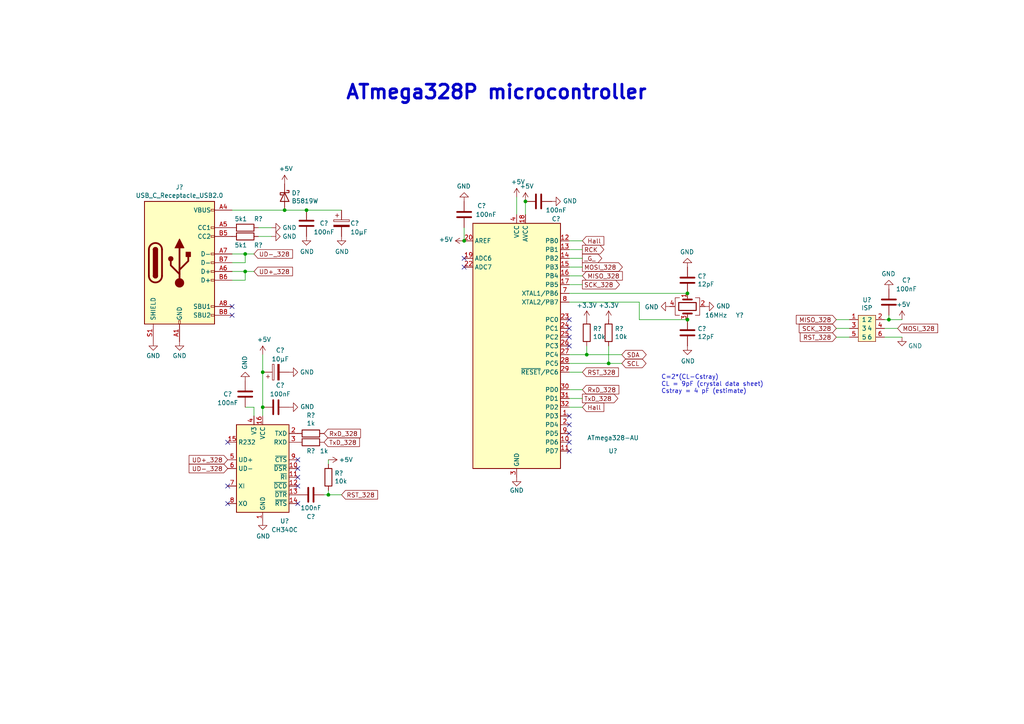
<source format=kicad_sch>
(kicad_sch (version 20230121) (generator eeschema)
  (paper "A4")
  (title_block (title "RD40_SMD") (date "2023-08-20") (rev "Rev 1") (company "Ludwin Monz") (comment 1 "you may not use the material for commercial purposes.") (comment 2 "you may use non-commercially, adapt, share alike ") (comment 3 "https://creativecommons.org/licenses/by-nc-sa/4.0/") (comment 4 "License: Creative Commons Attribution-Non-Commercial (CC BY-NC-SA)"))
  (lib_symbols
    (symbol "Connector:USB_C_Receptacle_USB2.0" (pin_names (offset 1.016))
      (property "Reference" "J" (at -10.16 19.05 0))
      (property "Value" "USB_C_Receptacle_USB2.0" (at 19.05 19.05 0))
      (symbol "USB_C_Receptacle_USB2.0_0_0"
        (rectangle (start -0.254 -17.78) (end 0.254 -16.764))
        (rectangle (start 10.16 -14.986) (end 9.144 -15.494))
        (rectangle (start 10.16 -12.446) (end 9.144 -12.954))
        (rectangle (start 10.16 -4.826) (end 9.144 -5.334))
        (rectangle (start 10.16 -2.286) (end 9.144 -2.794))
        (rectangle (start 10.16 0.254) (end 9.144 -0.254))
        (rectangle (start 10.16 2.794) (end 9.144 2.286))
        (rectangle (start 10.16 7.874) (end 9.144 7.366))
        (rectangle (start 10.16 10.414) (end 9.144 9.906))
        (rectangle (start 10.16 15.494) (end 9.144 14.986))
      )
      (symbol "USB_C_Receptacle_USB2.0_0_1"
        (rectangle (start -10.16 17.78) (end 10.16 -17.78) (stroke (width 0.254)) (fill (type background)))
        (arc (start -8.89 -3.81) (mid -6.985 -5.7067) (end -5.08 -3.81) (stroke (width 0.508)))
        (arc (start -7.62 -3.81) (mid -6.985 -4.4423) (end -6.35 -3.81) (stroke (width 0.254)))
        (arc (start -7.62 -3.81) (mid -6.985 -4.4423) (end -6.35 -3.81) (stroke (width 0.254)) (fill (type outline)))
        (rectangle (start -7.62 -3.81) (end -6.35 3.81) (stroke (width 0.254)) (fill (type outline)))
        (arc (start -6.35 3.81) (mid -6.985 4.4423) (end -7.62 3.81) (stroke (width 0.254)))
        (arc (start -6.35 3.81) (mid -6.985 4.4423) (end -7.62 3.81) (stroke (width 0.254)) (fill (type outline)))
        (arc (start -5.08 3.81) (mid -6.985 5.7067) (end -8.89 3.81) (stroke (width 0.508)))
        (circle (center -2.54 1.143) (radius 0.635) (stroke (width 0.254)) (fill (type outline)))
        (circle (center 0 -5.842) (radius 1.27) (fill (type outline)))
        (polyline (pts (xy -8.89 -3.81) (xy -8.89 3.81)) (stroke (width 0.508)))
        (polyline (pts (xy -5.08 3.81) (xy -5.08 -3.81)) (stroke (width 0.508)))
        (polyline (pts (xy 0 -5.842) (xy 0 4.318)) (stroke (width 0.508)))
        (polyline (pts (xy 0 -3.302) (xy -2.54 -0.762) (xy -2.54 0.508)) (stroke (width 0.508)))
        (polyline (pts (xy 0 -2.032) (xy 2.54 0.508) (xy 2.54 1.778)) (stroke (width 0.508)))
        (polyline (pts (xy -1.27 4.318) (xy 0 6.858) (xy 1.27 4.318) (xy -1.27 4.318)) (stroke (width 0.254)) (fill (type outline)))
        (rectangle (start 1.905 1.778) (end 3.175 3.048) (stroke (width 0.254)) (fill (type outline)))
      )
      (symbol "USB_C_Receptacle_USB2.0_1_1"
        (pin passive line (at 0 -22.86 90) (length 5.08) (name "GND") (number "A1"))
        (pin passive line (at 0 -22.86 90) (length 5.08) hide (name "GND") (number "A12"))
        (pin passive line (at 15.24 15.24 180) (length 5.08) (name "VBUS") (number "A4"))
        (pin bidirectional line (at 15.24 10.16 180) (length 5.08) (name "CC1") (number "A5"))
        (pin bidirectional line (at 15.24 -2.54 180) (length 5.08) (name "D+") (number "A6"))
        (pin bidirectional line (at 15.24 2.54 180) (length 5.08) (name "D-") (number "A7"))
        (pin bidirectional line (at 15.24 -12.7 180) (length 5.08) (name "SBU1") (number "A8"))
        (pin passive line (at 15.24 15.24 180) (length 5.08) hide (name "VBUS") (number "A9"))
        (pin passive line (at 0 -22.86 90) (length 5.08) hide (name "GND") (number "B1"))
        (pin passive line (at 0 -22.86 90) (length 5.08) hide (name "GND") (number "B12"))
        (pin passive line (at 15.24 15.24 180) (length 5.08) hide (name "VBUS") (number "B4"))
        (pin bidirectional line (at 15.24 7.62 180) (length 5.08) (name "CC2") (number "B5"))
        (pin bidirectional line (at 15.24 -5.08 180) (length 5.08) (name "D+") (number "B6"))
        (pin bidirectional line (at 15.24 0 180) (length 5.08) (name "D-") (number "B7"))
        (pin bidirectional line (at 15.24 -15.24 180) (length 5.08) (name "SBU2") (number "B8"))
        (pin passive line (at 15.24 15.24 180) (length 5.08) hide (name "VBUS") (number "B9"))
        (pin passive line (at -7.62 -22.86 90) (length 5.08) (name "SHIELD") (number "S1"))
      )
    )
    (symbol "Device:C" (pin_numbers hide) (pin_names (offset 0.254))
      (property "Reference" "C" (at 0.635 2.54 0))
      (property "Value" "C" (at 0.635 -2.54 0))
      (symbol "C_0_1"
        (polyline (pts (xy -2.032 -0.762) (xy 2.032 -0.762)) (stroke (width 0.508)))
        (polyline (pts (xy -2.032 0.762) (xy 2.032 0.762)) (stroke (width 0.508)))
      )
      (symbol "C_1_1"
        (pin passive line (at 0 3.81 270) (length 2.794) (name "~") (number "1"))
        (pin passive line (at 0 -3.81 90) (length 2.794) (name "~") (number "2"))
      )
    )
    (symbol "Device:C_Polarized" (pin_numbers hide) (pin_names (offset 0.254))
      (property "Reference" "C" (at 0.635 2.54 0))
      (property "Value" "C_Polarized" (at 0.635 -2.54 0))
      (symbol "C_Polarized_0_1"
        (rectangle (start -2.286 0.508) (end 2.286 1.016))
        (polyline (pts (xy -1.778 2.286) (xy -0.762 2.286)))
        (polyline (pts (xy -1.27 2.794) (xy -1.27 1.778)))
        (rectangle (start 2.286 -0.508) (end -2.286 -1.016) (fill (type outline)))
      )
      (symbol "C_Polarized_1_1"
        (pin passive line (at 0 3.81 270) (length 2.794) (name "~") (number "1"))
        (pin passive line (at 0 -3.81 90) (length 2.794) (name "~") (number "2"))
      )
    )
    (symbol "Device:Crystal_GND24" (pin_names (offset 1.016) hide)
      (property "Reference" "Y" (at 3.175 5.08 0))
      (property "Value" "Crystal_GND24" (at 3.175 3.175 0))
      (symbol "Crystal_GND24_0_1"
        (rectangle (start -1.143 2.54) (end 1.143 -2.54) (stroke (width 0.3048)))
        (polyline (pts (xy -2.54 0) (xy -2.032 0)))
        (polyline (pts (xy -2.032 -1.27) (xy -2.032 1.27)) (stroke (width 0.508)))
        (polyline (pts (xy 0 -3.81) (xy 0 -3.556)))
        (polyline (pts (xy 0 3.556) (xy 0 3.81)))
        (polyline (pts (xy 2.032 -1.27) (xy 2.032 1.27)) (stroke (width 0.508)))
        (polyline (pts (xy 2.032 0) (xy 2.54 0)))
        (polyline (pts (xy -2.54 -2.286) (xy -2.54 -3.556) (xy 2.54 -3.556) (xy 2.54 -2.286)))
        (polyline (pts (xy -2.54 2.286) (xy -2.54 3.556) (xy 2.54 3.556) (xy 2.54 2.286)))
      )
      (symbol "Crystal_GND24_1_1"
        (pin passive line (at -3.81 0 0) (length 1.27) (name "1") (number "1"))
        (pin passive line (at 0 5.08 270) (length 1.27) (name "2") (number "2"))
        (pin passive line (at 3.81 0 180) (length 1.27) (name "3") (number "3"))
        (pin passive line (at 0 -5.08 90) (length 1.27) (name "4") (number "4"))
      )
    )
    (symbol "Device:D_Schottky" (pin_numbers hide) (pin_names (offset 1.016) hide)
      (property "Reference" "D" (at 0 2.54 0))
      (property "Value" "D_Schottky" (at 0 -2.54 0))
      (symbol "D_Schottky_0_1"
        (polyline (pts (xy 1.27 0) (xy -1.27 0)))
        (polyline (pts (xy 1.27 1.27) (xy 1.27 -1.27) (xy -1.27 0) (xy 1.27 1.27)) (stroke (width 0.254)))
        (polyline (pts (xy -1.905 0.635) (xy -1.905 1.27) (xy -1.27 1.27) (xy -1.27 -1.27) (xy -0.635 -1.27) (xy -0.635 -0.635)) (stroke (width 0.254)))
      )
      (symbol "D_Schottky_1_1"
        (pin passive line (at -3.81 0 0) (length 2.54) (name "K") (number "1"))
        (pin passive line (at 3.81 0 180) (length 2.54) (name "A") (number "2"))
      )
    )
    (symbol "Device:R" (pin_numbers hide) (pin_names (offset 0))
      (property "Reference" "R" (at 2.032 0 90))
      (property "Value" "R" (at 0 0 90))
      (symbol "R_0_1"
        (rectangle (start -1.016 -2.54) (end 1.016 2.54) (stroke (width 0.254)))
      )
      (symbol "R_1_1"
        (pin passive line (at 0 3.81 270) (length 1.27) (name "~") (number "1"))
        (pin passive line (at 0 -3.81 90) (length 1.27) (name "~") (number "2"))
      )
    )
    (symbol "Interface_USB:CH340G"
      (property "Reference" "U" (at -5.08 13.97 0))
      (property "Value" "CH340G" (at 1.27 13.97 0))
      (symbol "CH340G_0_1"
        (rectangle (start -7.62 12.7) (end 7.62 -12.7) (stroke (width 0.254)) (fill (type background)))
      )
      (symbol "CH340G_1_1"
        (pin power_in line (at 0 -15.24 90) (length 2.54) (name "GND") (number "1"))
        (pin input line (at 10.16 0 180) (length 2.54) (name "~{DSR}") (number "10"))
        (pin input line (at 10.16 -2.54 180) (length 2.54) (name "~{RI}") (number "11"))
        (pin input line (at 10.16 -5.08 180) (length 2.54) (name "~{DCD}") (number "12"))
        (pin output line (at 10.16 -7.62 180) (length 2.54) (name "~{DTR}") (number "13"))
        (pin output line (at 10.16 -10.16 180) (length 2.54) (name "~{RTS}") (number "14"))
        (pin input line (at -10.16 7.62 0) (length 2.54) (name "R232") (number "15"))
        (pin power_in line (at 0 15.24 270) (length 2.54) (name "VCC") (number "16"))
        (pin output line (at 10.16 10.16 180) (length 2.54) (name "TXD") (number "2"))
        (pin input line (at 10.16 7.62 180) (length 2.54) (name "RXD") (number "3"))
        (pin passive line (at -2.54 15.24 270) (length 2.54) (name "V3") (number "4"))
        (pin bidirectional line (at -10.16 2.54 0) (length 2.54) (name "UD+") (number "5"))
        (pin bidirectional line (at -10.16 0 0) (length 2.54) (name "UD-") (number "6"))
        (pin input line (at -10.16 -5.08 0) (length 2.54) (name "XI") (number "7"))
        (pin output line (at -10.16 -10.16 0) (length 2.54) (name "XO") (number "8"))
        (pin input line (at 10.16 2.54 180) (length 2.54) (name "~{CTS}") (number "9"))
      )
    )
    (symbol "RD40_display_SMD-rescue:2x3pin_connector-my_symbols" (pin_names (offset 1.016))
      (property "Reference" "U" (at 0 2.54 0))
      (property "Value" "my_symbols_2x3pin_connector" (at 0 0 0))
      (symbol "2x3pin_connector-my_symbols_0_1"
        (rectangle (start -1.27 -2.54) (end 3.81 -10.16) (fill (type background)))
      )
      (symbol "2x3pin_connector-my_symbols_1_1"
        (pin input line (at -3.81 -3.81 0) (length 2.54) (name "1") (number "1"))
        (pin input line (at 6.35 -3.81 180) (length 2.54) (name "2~{}") (number "2"))
        (pin input line (at -3.81 -6.35 0) (length 2.54) (name "3") (number "3"))
        (pin input line (at 6.35 -6.35 180) (length 2.54) (name "4") (number "4"))
        (pin input line (at -3.81 -8.89 0) (length 2.54) (name "5") (number "5"))
        (pin input line (at 6.35 -8.89 180) (length 2.54) (name "6") (number "6"))
      )
    )
    (symbol "RD40_display_SMD-rescue:ATmega328-AU-MCU_Microchip_ATmega"
      (property "Reference" "U" (at -12.7 36.83 0))
      (property "Value" "MCU_Microchip_ATmega_ATmega328-AU" (at 2.54 -36.83 0))
      (symbol "ATmega328-AU-MCU_Microchip_ATmega_0_1"
        (rectangle (start -12.7 -35.56) (end 12.7 35.56) (stroke (width 0.254)) (fill (type background)))
      )
      (symbol "ATmega328-AU-MCU_Microchip_ATmega_1_1"
        (pin bidirectional line (at 15.24 -20.32 180) (length 2.54) (name "PD3") (number "1"))
        (pin bidirectional line (at 15.24 -27.94 180) (length 2.54) (name "PD6") (number "10"))
        (pin bidirectional line (at 15.24 -30.48 180) (length 2.54) (name "PD7") (number "11"))
        (pin bidirectional line (at 15.24 30.48 180) (length 2.54) (name "PB0") (number "12"))
        (pin bidirectional line (at 15.24 27.94 180) (length 2.54) (name "PB1") (number "13"))
        (pin bidirectional line (at 15.24 25.4 180) (length 2.54) (name "PB2") (number "14"))
        (pin bidirectional line (at 15.24 22.86 180) (length 2.54) (name "PB3") (number "15"))
        (pin bidirectional line (at 15.24 20.32 180) (length 2.54) (name "PB4") (number "16"))
        (pin bidirectional line (at 15.24 17.78 180) (length 2.54) (name "PB5") (number "17"))
        (pin power_in line (at 2.54 38.1 270) (length 2.54) (name "AVCC") (number "18"))
        (pin input line (at -15.24 25.4 0) (length 2.54) (name "ADC6") (number "19"))
        (pin bidirectional line (at 15.24 -22.86 180) (length 2.54) (name "PD4") (number "2"))
        (pin passive line (at -15.24 30.48 0) (length 2.54) (name "AREF") (number "20"))
        (pin passive line (at 0 -38.1 90) (length 2.54) hide (name "GND") (number "21"))
        (pin input line (at -15.24 22.86 0) (length 2.54) (name "ADC7") (number "22"))
        (pin bidirectional line (at 15.24 7.62 180) (length 2.54) (name "PC0") (number "23"))
        (pin bidirectional line (at 15.24 5.08 180) (length 2.54) (name "PC1") (number "24"))
        (pin bidirectional line (at 15.24 2.54 180) (length 2.54) (name "PC2") (number "25"))
        (pin bidirectional line (at 15.24 0 180) (length 2.54) (name "PC3") (number "26"))
        (pin bidirectional line (at 15.24 -2.54 180) (length 2.54) (name "PC4") (number "27"))
        (pin bidirectional line (at 15.24 -5.08 180) (length 2.54) (name "PC5") (number "28"))
        (pin bidirectional line (at 15.24 -7.62 180) (length 2.54) (name "~{RESET}/PC6") (number "29"))
        (pin power_in line (at 0 -38.1 90) (length 2.54) (name "GND") (number "3"))
        (pin bidirectional line (at 15.24 -12.7 180) (length 2.54) (name "PD0") (number "30"))
        (pin bidirectional line (at 15.24 -15.24 180) (length 2.54) (name "PD1") (number "31"))
        (pin bidirectional line (at 15.24 -17.78 180) (length 2.54) (name "PD2") (number "32"))
        (pin power_in line (at 0 38.1 270) (length 2.54) (name "VCC") (number "4"))
        (pin passive line (at 0 -38.1 90) (length 2.54) hide (name "GND") (number "5"))
        (pin passive line (at 0 38.1 270) (length 2.54) hide (name "VCC") (number "6"))
        (pin bidirectional line (at 15.24 15.24 180) (length 2.54) (name "XTAL1/PB6") (number "7"))
        (pin bidirectional line (at 15.24 12.7 180) (length 2.54) (name "XTAL2/PB7") (number "8"))
        (pin bidirectional line (at 15.24 -25.4 180) (length 2.54) (name "PD5") (number "9"))
      )
    )
    (symbol "RD40_display_SMD-rescue:CP-Device" (pin_numbers hide) (pin_names (offset 0.254))
      (property "Reference" "C" (at 0.635 2.54 0))
      (property "Value" "Device_CP" (at 0.635 -2.54 0))
      (symbol "CP-Device_0_1"
        (rectangle (start -2.286 0.508) (end 2.286 1.016))
        (polyline (pts (xy -1.778 2.286) (xy -0.762 2.286)))
        (polyline (pts (xy -1.27 2.794) (xy -1.27 1.778)))
        (rectangle (start 2.286 -0.508) (end -2.286 -1.016) (fill (type outline)))
      )
      (symbol "CP-Device_1_1"
        (pin passive line (at 0 3.81 270) (length 2.794) (name "~") (number "1"))
        (pin passive line (at 0 -3.81 90) (length 2.794) (name "~") (number "2"))
      )
    )
    (symbol "power:+3.3V" (power) (pin_names (offset 0))
      (property "Value" "+3.3V" (at 0 3.556 0))
      (symbol "+3.3V_0_1"
        (polyline (pts (xy -0.762 1.27) (xy 0 2.54)))
        (polyline (pts (xy 0 0) (xy 0 2.54)))
        (polyline (pts (xy 0 2.54) (xy 0.762 1.27)))
      )
      (symbol "+3.3V_1_1"
        (pin power_in line (at 0 0 90) (length 0) hide (name "+3.3V") (number "1"))
      )
    )
    (symbol "power:+5V" (power) (pin_names (offset 0))
      (property "Value" "+5V" (at 0 3.556 0))
      (symbol "+5V_0_1"
        (polyline (pts (xy -0.762 1.27) (xy 0 2.54)))
        (polyline (pts (xy 0 0) (xy 0 2.54)))
        (polyline (pts (xy 0 2.54) (xy 0.762 1.27)))
      )
      (symbol "+5V_1_1"
        (pin power_in line (at 0 0 90) (length 0) hide (name "+5V") (number "1"))
      )
    )
    (symbol "power:GND" (power) (pin_names (offset 0))
      (property "Value" "GND" (at 0 -3.81 0))
      (symbol "GND_0_1"
        (polyline (pts (xy 0 0) (xy 0 -1.27) (xy 1.27 -1.27) (xy 0 -2.54) (xy -1.27 -1.27) (xy 0 -1.27)))
      )
      (symbol "GND_1_1"
        (pin power_in line (at 0 0 270) (length 0) hide (name "GND") (number "1"))
      )
    )
  )
  (junction (at 152.4 58.42))
  (junction (at 199.39 92.71))
  (junction (at 71.12 73.66))
  (junction (at 71.12 78.74))
  (junction (at 199.39 85.09))
  (junction (at 176.53 105.41))
  (junction (at 76.2 107.95))
  (junction (at 170.18 102.87))
  (junction (at 257.81 92.71))
  (junction (at 134.62 69.85))
  (junction (at 95.25 143.51))
  (junction (at 82.55 60.96))
  (junction (at 76.2 118.11))
  (junction (at 88.9 60.96))
  (no_connect (at 165.1 123.19))
  (no_connect (at 165.1 130.81))
  (no_connect (at 67.31 91.44))
  (no_connect (at 86.36 135.89))
  (no_connect (at 165.1 95.25))
  (no_connect (at 86.36 133.35))
  (no_connect (at 66.04 128.27))
  (no_connect (at 165.1 100.33))
  (no_connect (at 165.1 125.73))
  (no_connect (at 165.1 97.79))
  (no_connect (at 66.04 146.05))
  (no_connect (at 86.36 138.43))
  (no_connect (at 67.31 88.9))
  (no_connect (at 134.62 77.47))
  (no_connect (at 165.1 128.27))
  (no_connect (at 66.04 140.97))
  (no_connect (at 165.1 120.65))
  (no_connect (at 165.1 92.71))
  (no_connect (at 86.36 146.05))
  (no_connect (at 134.62 74.93))
  (no_connect (at 86.36 140.97))
  (wire (pts (xy 168.91 113.03) (xy 165.1 113.03)))
  (wire (pts (xy 71.12 76.2) (xy 71.12 73.66)))
  (wire (pts (xy 71.12 78.74) (xy 73.66 78.74)))
  (wire (pts (xy 257.81 92.71) (xy 256.54 92.71)))
  (wire (pts (xy 165.1 102.87) (xy 170.18 102.87)))
  (wire (pts (xy 71.12 73.66) (xy 73.66 73.66)))
  (wire (pts (xy 176.53 105.41) (xy 180.34 105.41)))
  (wire (pts (xy 82.55 60.96) (xy 88.9 60.96)))
  (wire (pts (xy 165.1 87.63) (xy 185.42 87.63)))
  (wire (pts (xy 242.57 95.25) (xy 246.38 95.25)))
  (wire (pts (xy 242.57 92.71) (xy 246.38 92.71)))
  (wire (pts (xy 95.25 133.35) (xy 95.25 134.62)))
  (wire (pts (xy 199.39 92.71) (xy 185.42 92.71)))
  (wire (pts (xy 67.31 78.74) (xy 71.12 78.74)))
  (wire (pts (xy 261.62 92.71) (xy 257.81 92.71)))
  (wire (pts (xy 71.12 73.66) (xy 67.31 73.66)))
  (wire (pts (xy 168.91 118.11) (xy 165.1 118.11)))
  (wire (pts (xy 149.86 57.15) (xy 149.86 62.23)))
  (wire (pts (xy 165.1 72.39) (xy 168.91 72.39)))
  (wire (pts (xy 257.81 91.44) (xy 257.81 92.71)))
  (wire (pts (xy 242.57 97.79) (xy 246.38 97.79)))
  (wire (pts (xy 165.1 107.95) (xy 168.91 107.95)))
  (wire (pts (xy 168.91 69.85) (xy 165.1 69.85)))
  (wire (pts (xy 76.2 118.11) (xy 76.2 120.65)))
  (wire (pts (xy 74.93 68.58) (xy 78.74 68.58)))
  (wire (pts (xy 176.53 100.33) (xy 176.53 105.41)))
  (wire (pts (xy 165.1 105.41) (xy 176.53 105.41)))
  (wire (pts (xy 165.1 85.09) (xy 199.39 85.09)))
  (wire (pts (xy 76.2 102.87) (xy 76.2 107.95)))
  (wire (pts (xy 168.91 77.47) (xy 165.1 77.47)))
  (wire (pts (xy 67.31 76.2) (xy 71.12 76.2)))
  (wire (pts (xy 88.9 60.96) (xy 99.06 60.96)))
  (wire (pts (xy 71.12 81.28) (xy 71.12 78.74)))
  (wire (pts (xy 168.91 74.93) (xy 165.1 74.93)))
  (wire (pts (xy 170.18 100.33) (xy 170.18 102.87)))
  (wire (pts (xy 168.91 80.01) (xy 165.1 80.01)))
  (wire (pts (xy 95.25 143.51) (xy 93.98 143.51)))
  (wire (pts (xy 74.93 66.04) (xy 78.74 66.04)))
  (wire (pts (xy 73.66 118.11) (xy 73.66 120.65)))
  (wire (pts (xy 168.91 115.57) (xy 165.1 115.57)))
  (wire (pts (xy 99.06 143.51) (xy 95.25 143.51)))
  (wire (pts (xy 95.25 142.24) (xy 95.25 143.51)))
  (wire (pts (xy 170.18 102.87) (xy 180.34 102.87)))
  (wire (pts (xy 71.12 118.11) (xy 73.66 118.11)))
  (wire (pts (xy 261.62 97.79) (xy 256.54 97.79)))
  (wire (pts (xy 152.4 58.42) (xy 152.4 62.23)))
  (wire (pts (xy 260.35 95.25) (xy 256.54 95.25)))
  (wire (pts (xy 67.31 81.28) (xy 71.12 81.28)))
  (wire (pts (xy 134.62 66.04) (xy 134.62 69.85)))
  (wire (pts (xy 168.91 82.55) (xy 165.1 82.55)))
  (wire (pts (xy 185.42 87.63) (xy 185.42 92.71)))
  (wire (pts (xy 67.31 60.96) (xy 82.55 60.96)))
  (wire (pts (xy 76.2 107.95) (xy 76.2 118.11)))
  (text "ATmega328P microcontroller" (at 187.96 29.21 0) (effects (font (size 4 4) (thickness 0.8) bold) (justify right bottom)))
  (text "C=2*(CL-Cstray)\nCL = 9pF (crystal data sheet)\nCstray = 4 pF (estimate)" (at 191.77 114.3 0) (effects (font (size 1.27 1.27)) (justify left bottom)))
  (global_label "RST_328" (shape input) (at 168.91 107.95 0) (property "Intersheetrefs" "${INTERSHEET_REFS}" (effects hide)))
  (global_label "RxD_328" (shape input) (at 93.98 125.73 0) (property "Intersheetrefs" "${INTERSHEET_REFS}" (effects hide)))
  (global_label "MOSI_328" (shape input) (at 260.35 95.25 0) (property "Intersheetrefs" "${INTERSHEET_REFS}" (effects hide)))
  (global_label "Hall" (shape input) (at 168.91 118.11 0) (property "Intersheetrefs" "${INTERSHEET_REFS}" (effects hide)))
  (global_label "_G_" (shape output) (at 168.91 74.93 0) (property "Intersheetrefs" "${INTERSHEET_REFS}" (effects hide)))
  (global_label "SDA" (shape bidirectional) (at 180.34 102.87 0) (property "Intersheetrefs" "${INTERSHEET_REFS}" (effects hide)))
  (global_label "TxD_328" (shape output) (at 168.91 115.57 0) (property "Intersheetrefs" "${INTERSHEET_REFS}" (effects hide)))
  (global_label "RST_328" (shape input) (at 99.06 143.51 0) (property "Intersheetrefs" "${INTERSHEET_REFS}" (effects hide)))
  (global_label "RxD_328" (shape input) (at 168.91 113.03 0) (property "Intersheetrefs" "${INTERSHEET_REFS}" (effects hide)))
  (global_label "SCK_328" (shape output) (at 168.91 82.55 0) (property "Intersheetrefs" "${INTERSHEET_REFS}" (effects hide)))
  (global_label "UD+_328" (shape input) (at 66.04 133.35 180) (property "Intersheetrefs" "${INTERSHEET_REFS}" (effects hide)))
  (global_label "UD-_328" (shape input) (at 73.66 73.66 0) (property "Intersheetrefs" "${INTERSHEET_REFS}" (effects hide)))
  (global_label "TxD_328" (shape input) (at 93.98 128.27 0) (property "Intersheetrefs" "${INTERSHEET_REFS}" (effects hide)))
  (global_label "SCK_328" (shape input) (at 242.57 95.25 180) (property "Intersheetrefs" "${INTERSHEET_REFS}" (effects hide)))
  (global_label "MISO_328" (shape input) (at 242.57 92.71 180) (property "Intersheetrefs" "${INTERSHEET_REFS}" (effects hide)))
  (global_label "MOSI_328" (shape output) (at 168.91 77.47 0) (property "Intersheetrefs" "${INTERSHEET_REFS}" (effects hide)))
  (global_label "SCL" (shape bidirectional) (at 180.34 105.41 0) (property "Intersheetrefs" "${INTERSHEET_REFS}" (effects hide)))
  (global_label "UD+_328" (shape input) (at 73.66 78.74 0) (property "Intersheetrefs" "${INTERSHEET_REFS}" (effects hide)))
  (global_label "UD-_328" (shape input) (at 66.04 135.89 180) (property "Intersheetrefs" "${INTERSHEET_REFS}" (effects hide)))
  (global_label "RST_328" (shape input) (at 242.57 97.79 180) (property "Intersheetrefs" "${INTERSHEET_REFS}" (effects hide)))
  (global_label "Hall" (shape input) (at 168.91 69.85 0) (property "Intersheetrefs" "${INTERSHEET_REFS}" (effects hide)))
  (global_label "RCK" (shape output) (at 168.91 72.39 0) (property "Intersheetrefs" "${INTERSHEET_REFS}" (effects hide)))
  (global_label "MISO_328" (shape input) (at 168.91 80.01 0) (property "Intersheetrefs" "${INTERSHEET_REFS}" (effects hide)))
  (symbol (lib_id "Connector:USB_C_Receptacle_USB2.0") (at 52.07 76.2 0) (unit 1)
    (property "Reference" "J?" (at 52.07 54.2757 0))
    (property "Value" "USB_C_Receptacle_USB2.0" (at 52.07 56.6999 0))
    (property "Footprint" "my_footprints:USB_C_Receptacle" (effects hide))
    (property "Datasheet" "https://www.usb.org/sites/default/files/documents/usb_type-c.zip" (effects hide))
    (instances (project "RD40_display_SMD" (path "" (reference "J?") (unit 1)) (path "" (reference "J2") (unit 1))))
  )
  (symbol (lib_id "power:GND") (at 134.62 58.42 180) (unit 1)
    (property "Reference" "#PWR?" (effects hide))
    (property "Value" "GND" (at 134.493 54.0258 0))
    (instances (project "RD40_display_SMD" (path "" (reference "#PWR?") (unit 1)) (path "" (reference "#PWR050") (unit 1))))
  )
  (symbol (lib_id "power:GND") (at 83.82 118.11 90) (unit 1)
    (property "Reference" "#PWR?" (effects hide))
    (property "Value" "GND" (at 87.0712 117.983 90) (effects (justify right)))
    (instances (project "RD40_display_SMD" (path "" (reference "#PWR?") (unit 1)) (path "" (reference "#PWR046") (unit 1))))
  )
  (symbol (lib_id "Device:C_Polarized") (at 80.01 107.95 90) (unit 1)
    (property "Reference" "C?" (at 81.28 101.6 90))
    (property "Value" "10µF" (at 81.28 104.14 90))
    (property "Footprint" "Capacitor_SMD:C_0805_2012Metric" (effects hide))
    (property "LCSC" "C15850" (effects hide))
    (instances (project "RD40_display_SMD" (path "" (reference "C?") (unit 1)) (path "" (reference "C17") (unit 1))))
  )
  (symbol (lib_id "power:GND") (at 99.06 68.58 0) (unit 1)
    (property "Reference" "#PWR?" (effects hide))
    (property "Value" "GND" (at 99.187 72.9742 0))
    (instances (project "RD40_display_SMD" (path "" (reference "#PWR?") (unit 1)) (path "" (reference "#PWR049") (unit 1))))
  )
  (symbol (lib_id "Device:R") (at 170.18 96.52 180) (unit 1)
    (property "Reference" "R?" (at 171.958 95.3516 0) (effects (justify right)))
    (property "Value" "10k" (at 171.958 97.663 0) (effects (justify right)))
    (property "Footprint" "Resistor_SMD:R_0402_1005Metric" (effects hide))
    (property "LCSC" "C25744" (effects hide))
    (instances (project "RD40_display_SMD" (path "" (reference "R?") (unit 1)) (path "" (reference "R14") (unit 1))))
  )
  (symbol (lib_id "power:GND") (at 83.82 107.95 90) (unit 1)
    (property "Reference" "#PWR?" (effects hide))
    (property "Value" "GND" (at 86.995 107.95 90) (effects (justify right)))
    (instances (project "RD40_display_SMD" (path "" (reference "#PWR?") (unit 1)) (path "" (reference "#PWR045") (unit 1))))
  )
  (symbol (lib_id "power:GND") (at 149.86 138.43 0) (unit 1)
    (property "Reference" "#PWR?" (effects hide))
    (property "Value" "GND" (at 149.86 142.24 0))
    (instances (project "RD40_display_SMD" (path "" (reference "#PWR?") (unit 1)) (path "" (reference "#PWR053") (unit 1))))
  )
  (symbol (lib_id "Device:C") (at 71.12 114.3 180) (unit 1)
    (property "Reference" "C?" (at 66.04 114.3 0))
    (property "Value" "100nF" (at 66.04 116.84 0))
    (property "Footprint" "Capacitor_SMD:C_0402_1005Metric" (effects hide))
    (property "LCSC" "C307331" (effects hide))
    (instances (project "RD40_display_SMD" (path "" (reference "C?") (unit 1)) (path "" (reference "C16") (unit 1))))
  )
  (symbol (lib_id "Device:C") (at 257.81 87.63 0) (unit 1)
    (property "Reference" "C?" (at 262.89 81.28 0))
    (property "Value" "100nF" (at 262.89 83.82 0))
    (property "Footprint" "Capacitor_SMD:C_0402_1005Metric" (effects hide))
    (property "LCSC" "C307331" (effects hide))
    (instances (project "RD40_display_SMD" (path "" (reference "C?") (unit 1)) (path "" (reference "C26") (unit 1))))
  )
  (symbol (lib_id "power:GND") (at 199.39 77.47 180) (unit 1)
    (property "Reference" "#PWR?" (effects hide))
    (property "Value" "GND" (at 199.263 73.0758 0))
    (instances (project "RD40_display_SMD" (path "" (reference "#PWR?") (unit 1)) (path "" (reference "#PWR059") (unit 1))))
  )
  (symbol (lib_id "power:+5V") (at 82.55 53.34 0) (unit 1)
    (property "Reference" "#PWR?" (effects hide))
    (property "Value" "+5V" (at 82.931 48.9458 0))
    (instances (project "RD40_display_SMD" (path "" (reference "#PWR?") (unit 1)) (path "" (reference "#PWR044") (unit 1))))
  )
  (symbol (lib_id "power:+5V") (at 134.62 69.85 90) (unit 1)
    (property "Reference" "#PWR?" (effects hide))
    (property "Value" "+5V" (at 131.3688 69.469 90) (effects (justify left)))
    (instances (project "RD40_display_SMD" (path "" (reference "#PWR?") (unit 1)) (path "" (reference "#PWR051") (unit 1))))
  )
  (symbol (lib_id "Device:C") (at 90.17 143.51 90) (unit 1)
    (property "Reference" "C?" (at 90.17 149.86 90))
    (property "Value" "100nF" (at 90.17 147.32 90))
    (property "Footprint" "Capacitor_SMD:C_0402_1005Metric" (effects hide))
    (property "LCSC" "C307331" (effects hide))
    (instances (project "RD40_display_SMD" (path "" (reference "C?") (unit 1)) (path "" (reference "C20") (unit 1))))
  )
  (symbol (lib_id "power:GND") (at 78.74 68.58 90) (unit 1)
    (property "Reference" "#PWR?" (effects hide))
    (property "Value" "GND" (at 81.915 68.58 90) (effects (justify right)))
    (instances (project "RD40_display_SMD" (path "" (reference "#PWR?") (unit 1)) (path "" (reference "#PWR043") (unit 1))))
  )
  (symbol (lib_id "Device:R") (at 71.12 68.58 90) (unit 1)
    (property "Reference" "R?" (at 74.93 71.12 90))
    (property "Value" "5k1" (at 69.85 71.12 90))
    (property "Footprint" "Resistor_SMD:R_0402_1005Metric" (effects hide))
    (property "LCSC" "C25905" (effects hide))
    (instances (project "RD40_display_SMD" (path "" (reference "R?") (unit 1)) (path "" (reference "R10") (unit 1))))
  )
  (symbol (lib_id "power:GND") (at 160.02 58.42 90) (unit 1)
    (property "Reference" "#PWR?" (effects hide))
    (property "Value" "GND" (at 163.2712 58.293 90) (effects (justify right)))
    (instances (project "RD40_display_SMD" (path "" (reference "#PWR?") (unit 1)) (path "" (reference "#PWR055") (unit 1))))
  )
  (symbol (lib_id "power:GND") (at 194.31 88.9 270) (unit 1)
    (property "Reference" "#PWR?" (effects hide))
    (property "Value" "GND" (at 191.0588 89.027 90) (effects (justify right)))
    (instances (project "RD40_display_SMD" (path "" (reference "#PWR?") (unit 1)) (path "" (reference "#PWR058") (unit 1))))
  )
  (symbol (lib_id "power:GND") (at 44.45 99.06 0) (unit 1)
    (property "Reference" "#PWR?" (effects hide))
    (property "Value" "GND" (at 44.45 103.1931 0))
    (instances (project "RD40_display_SMD" (path "" (reference "#PWR?") (unit 1)) (path "" (reference "#PWR037") (unit 1))))
  )
  (symbol (lib_id "Device:D_Schottky") (at 82.55 57.15 270) (unit 1)
    (property "Reference" "D?" (at 84.582 55.9816 90) (effects (justify left)))
    (property "Value" "B5819W" (at 84.582 58.293 90) (effects (justify left)))
    (property "Footprint" "Diode_SMD:D_SOD-123" (effects hide))
    (property "LCSC" "C8598" (effects hide))
    (instances (project "RD40_display_SMD" (path "" (reference "D?") (unit 1)) (path "" (reference "D6") (unit 1))))
  )
  (symbol (lib_id "power:+3.3V") (at 170.18 92.71 0) (unit 1)
    (property "Reference" "#PWR?" (effects hide))
    (property "Value" "+3.3V" (at 170.18 88.5769 0))
    (instances (project "RD40_display_SMD" (path "" (reference "#PWR?") (unit 1)) (path "" (reference "#PWR056") (unit 1))))
  )
  (symbol (lib_id "power:GND") (at 204.47 88.9 90) (unit 1)
    (property "Reference" "#PWR?" (effects hide))
    (property "Value" "GND" (at 207.7212 88.773 90) (effects (justify right)))
    (instances (project "RD40_display_SMD" (path "" (reference "#PWR?") (unit 1)) (path "" (reference "#PWR061") (unit 1))))
  )
  (symbol (lib_id "Device:C") (at 199.39 96.52 0) (unit 1)
    (property "Reference" "C?" (at 202.311 95.3516 0) (effects (justify left)))
    (property "Value" "12pF" (at 202.311 97.663 0) (effects (justify left)))
    (property "Footprint" "Capacitor_SMD:C_0402_1005Metric" (effects hide))
    (property "LCSC" "C1547" (effects hide))
    (instances (project "RD40_display_SMD" (path "" (reference "C?") (unit 1)) (path "" (reference "C25") (unit 1))))
  )
  (symbol (lib_id "Device:R") (at 90.17 128.27 270) (unit 1)
    (property "Reference" "R?" (at 90.17 130.81 90))
    (property "Value" "1k" (at 93.98 130.81 90))
    (property "Footprint" "Resistor_SMD:R_0402_1005Metric" (effects hide))
    (property "LCSC" "C11702" (effects hide))
    (instances (project "RD40_display_SMD" (path "" (reference "R?") (unit 1)) (path "" (reference "R12") (unit 1))))
  )
  (symbol (lib_id "RD40_display_SMD-rescue:CP-Device") (at 99.06 64.77 0) (unit 1)
    (property "Reference" "C?" (at 101.6 64.77 0) (effects (justify left)))
    (property "Value" "10µF" (at 101.6 67.31 0) (effects (justify left)))
    (property "Footprint" "Capacitor_SMD:C_0805_2012Metric" (effects hide))
    (property "LCSC" "C15850" (effects hide))
    (instances (project "RD40_display_SMD" (path "" (reference "C?") (unit 1)) (path "" (reference "C21") (unit 1))))
  )
  (symbol (lib_id "power:GND") (at 71.12 110.49 180) (unit 1)
    (property "Reference" "#PWR?" (effects hide))
    (property "Value" "GND" (at 70.993 107.2388 90) (effects (justify right)))
    (instances (project "RD40_display_SMD" (path "" (reference "#PWR?") (unit 1)) (path "" (reference "#PWR039") (unit 1))))
  )
  (symbol (lib_id "Device:R") (at 90.17 125.73 270) (unit 1)
    (property "Reference" "R?" (at 90.17 120.4722 90))
    (property "Value" "1k" (at 90.17 122.7836 90))
    (property "Footprint" "Resistor_SMD:R_0402_1005Metric" (effects hide))
    (property "LCSC" "C11702" (effects hide))
    (instances (project "RD40_display_SMD" (path "" (reference "R?") (unit 1)) (path "" (reference "R11") (unit 1))))
  )
  (symbol (lib_id "power:+5V") (at 261.62 92.71 0) (unit 1)
    (property "Reference" "#PWR?" (effects hide))
    (property "Value" "+5V" (at 262.001 88.3158 0))
    (instances (project "RD40_display_SMD" (path "" (reference "#PWR?") (unit 1)) (path "" (reference "#PWR063") (unit 1))))
  )
  (symbol (lib_id "Device:C") (at 199.39 81.28 0) (unit 1)
    (property "Reference" "C?" (at 202.311 80.1116 0) (effects (justify left)))
    (property "Value" "12pF" (at 202.311 82.423 0) (effects (justify left)))
    (property "Footprint" "Capacitor_SMD:C_0402_1005Metric" (effects hide))
    (property "LCSC" "C1547" (effects hide))
    (instances (project "RD40_display_SMD" (path "" (reference "C?") (unit 1)) (path "" (reference "C24") (unit 1))))
  )
  (symbol (lib_id "power:+5V") (at 149.86 57.15 0) (unit 1)
    (property "Reference" "#PWR?" (effects hide))
    (property "Value" "+5V" (at 150.241 52.7558 0))
    (instances (project "RD40_display_SMD" (path "" (reference "#PWR?") (unit 1)) (path "" (reference "#PWR052") (unit 1))))
  )
  (symbol (lib_id "power:GND") (at 199.39 100.33 0) (unit 1)
    (property "Reference" "#PWR?" (effects hide))
    (property "Value" "GND" (at 199.517 104.7242 0))
    (instances (project "RD40_display_SMD" (path "" (reference "#PWR?") (unit 1)) (path "" (reference "#PWR060") (unit 1))))
  )
  (symbol (lib_id "power:+3.3V") (at 176.53 92.71 0) (unit 1)
    (property "Reference" "#PWR?" (effects hide))
    (property "Value" "+3.3V" (at 176.53 88.5769 0))
    (instances (project "RD40_display_SMD" (path "" (reference "#PWR?") (unit 1)) (path "" (reference "#PWR057") (unit 1))))
  )
  (symbol (lib_id "power:GND") (at 52.07 99.06 0) (unit 1)
    (property "Reference" "#PWR?" (effects hide))
    (property "Value" "GND" (at 52.07 103.1931 0))
    (instances (project "RD40_display_SMD" (path "" (reference "#PWR?") (unit 1)) (path "" (reference "#PWR038") (unit 1))))
  )
  (symbol (lib_id "power:GND") (at 261.62 97.79 0) (unit 1)
    (property "Reference" "#PWR?" (effects hide))
    (property "Value" "GND" (at 265.43 100.33 0))
    (instances (project "RD40_display_SMD" (path "" (reference "#PWR?") (unit 1)) (path "" (reference "#PWR064") (unit 1))))
  )
  (symbol (lib_id "Device:R") (at 95.25 138.43 0) (unit 1)
    (property "Reference" "R?" (at 97.028 137.2616 0) (effects (justify left)))
    (property "Value" "10k" (at 97.028 139.573 0) (effects (justify left)))
    (property "Footprint" "Resistor_SMD:R_0402_1005Metric" (effects hide))
    (property "LCSC" "C25744" (effects hide))
    (instances (project "RD40_display_SMD" (path "" (reference "R?") (unit 1)) (path "" (reference "R13") (unit 1))))
  )
  (symbol (lib_id "power:+5V") (at 152.4 58.42 0) (unit 1)
    (property "Reference" "#PWR?" (effects hide))
    (property "Value" "+5V" (at 152.781 54.0258 0))
    (instances (project "RD40_display_SMD" (path "" (reference "#PWR?") (unit 1)) (path "" (reference "#PWR054") (unit 1))))
  )
  (symbol (lib_id "power:GND") (at 88.9 68.58 0) (unit 1)
    (property "Reference" "#PWR?" (effects hide))
    (property "Value" "GND" (at 89.027 72.9742 0))
    (instances (project "RD40_display_SMD" (path "" (reference "#PWR?") (unit 1)) (path "" (reference "#PWR047") (unit 1))))
  )
  (symbol (lib_id "RD40_display_SMD-rescue:2x3pin_connector-my_symbols") (at 250.19 88.9 0) (unit 1)
    (property "Reference" "U?" (at 251.46 86.995 0))
    (property "Value" "ISP" (at 251.46 89.3064 0))
    (property "Footprint" "Connector_PinHeader_2.54mm:PinHeader_2x03_P2.54mm_Vertical" (effects hide))
    (instances (project "RD40_display_SMD" (path "" (reference "U?") (unit 1)) (path "" (reference "U8") (unit 1))))
  )
  (symbol (lib_id "Device:Crystal_GND24") (at 199.39 88.9 270) (unit 1)
    (property "Reference" "Y?" (at 213.36 91.44 90) (effects (justify left)))
    (property "Value" "16MHz" (at 204.47 91.44 90) (effects (justify left)))
    (property "Footprint" "Crystal:Crystal_SMD_3225-4Pin_3.2x2.5mm" (effects hide))
    (property "LCSC" "C13738" (effects hide))
    (instances (project "RD40_display_SMD" (path "" (reference "Y?") (unit 1)) (path "" (reference "Y1") (unit 1))))
  )
  (symbol (lib_id "Device:C") (at 134.62 62.23 0) (unit 1)
    (property "Reference" "C?" (at 139.7 59.69 0))
    (property "Value" "100nF" (at 140.97 62.23 0))
    (property "Footprint" "Capacitor_SMD:C_0402_1005Metric" (effects hide))
    (property "LCSC" "C307331" (effects hide))
    (instances (project "RD40_display_SMD" (path "" (reference "C?") (unit 1)) (path "" (reference "C22") (unit 1))))
  )
  (symbol (lib_id "Device:C") (at 80.01 118.11 270) (unit 1)
    (property "Reference" "C?" (at 81.28 111.76 90))
    (property "Value" "100nF" (at 81.28 114.3 90))
    (property "Footprint" "Capacitor_SMD:C_0402_1005Metric" (effects hide))
    (property "LCSC" "C307331" (effects hide))
    (instances (project "RD40_display_SMD" (path "" (reference "C?") (unit 1)) (path "" (reference "C18") (unit 1))))
  )
  (symbol (lib_id "power:GND") (at 78.74 66.04 90) (unit 1)
    (property "Reference" "#PWR?" (effects hide))
    (property "Value" "GND" (at 81.915 66.04 90) (effects (justify right)))
    (instances (project "RD40_display_SMD" (path "" (reference "#PWR?") (unit 1)) (path "" (reference "#PWR042") (unit 1))))
  )
  (symbol (lib_id "power:GND") (at 76.2 151.13 0) (unit 1)
    (property "Reference" "#PWR?" (effects hide))
    (property "Value" "GND" (at 76.327 155.5242 0))
    (instances (project "RD40_display_SMD" (path "" (reference "#PWR?") (unit 1)) (path "" (reference "#PWR041") (unit 1))))
  )
  (symbol (lib_id "power:+5V") (at 76.2 102.87 0) (unit 1)
    (property "Reference" "#PWR?" (effects hide))
    (property "Value" "+5V" (at 76.581 98.4758 0))
    (instances (project "RD40_display_SMD" (path "" (reference "#PWR?") (unit 1)) (path "" (reference "#PWR040") (unit 1))))
  )
  (symbol (lib_id "power:+5V") (at 95.25 133.35 270) (unit 1)
    (property "Reference" "#PWR?" (effects hide))
    (property "Value" "+5V" (at 100.33 133.35 90))
    (instances (project "RD40_display_SMD" (path "" (reference "#PWR?") (unit 1)) (path "" (reference "#PWR048") (unit 1))))
  )
  (symbol (lib_id "Device:C") (at 88.9 64.77 180) (unit 1)
    (property "Reference" "C?" (at 93.98 64.77 0))
    (property "Value" "100nF" (at 93.98 67.31 0))
    (property "Footprint" "Capacitor_SMD:C_0402_1005Metric" (effects hide))
    (property "LCSC" "C307331" (effects hide))
    (instances (project "RD40_display_SMD" (path "" (reference "C?") (unit 1)) (path "" (reference "C19") (unit 1))))
  )
  (symbol (lib_id "RD40_display_SMD-rescue:ATmega328-AU-MCU_Microchip_ATmega") (at 149.86 100.33 0) (unit 1)
    (property "Reference" "U?" (at 177.8 130.81 0))
    (property "Value" "ATmega328-AU" (at 177.8 127 0))
    (property "Footprint" "Package_QFP:TQFP-32_7x7mm_P0.8mm" (effects hide))
    (property "Datasheet" "http://ww1.microchip.com/downloads/en/DeviceDoc/ATmega328_P%20AVR%20MCU%20with%20picoPower%20Technology%20Data%20Sheet%2040001984A.pdf" (effects hide))
    (property "LCSC" "C14877" (effects hide))
    (instances (project "RD40_display_SMD" (path "" (reference "U?") (unit 1)) (path "" (reference "U7") (unit 1))))
  )
  (symbol (lib_id "Device:R") (at 71.12 66.04 90) (unit 1)
    (property "Reference" "R?" (at 74.93 63.5 90))
    (property "Value" "5k1" (at 69.85 63.5 90))
    (property "Footprint" "Resistor_SMD:R_0402_1005Metric" (effects hide))
    (property "LCSC" "C25905" (effects hide))
    (instances (project "RD40_display_SMD" (path "" (reference "R?") (unit 1)) (path "" (reference "R9") (unit 1))))
  )
  (symbol (lib_id "Device:C") (at 156.21 58.42 90) (unit 1)
    (property "Reference" "C?" (at 161.29 63.5 90))
    (property "Value" "100nF" (at 161.29 60.96 90))
    (property "Footprint" "Capacitor_SMD:C_0402_1005Metric" (effects hide))
    (property "LCSC" "C307331" (effects hide))
    (instances (project "RD40_display_SMD" (path "" (reference "C?") (unit 1)) (path "" (reference "C23") (unit 1))))
  )
  (symbol (lib_id "Interface_USB:CH340G") (at 76.2 135.89 0) (unit 1)
    (property "Reference" "U?" (at 82.55 151.13 0))
    (property "Value" "CH340C" (at 82.55 153.67 0))
    (property "Footprint" "Package_SO:SOIC-16_3.9x9.9mm_P1.27mm" (effects hide))
    (property "Datasheet" "http://www.datasheet5.com/pdf-local-2195953" (effects hide))
    (property "LCSC" "C7464026" (effects hide))
    (instances (project "RD40_display_SMD" (path "" (reference "U?") (unit 1)) (path "" (reference "U6") (unit 1))))
  )
  (symbol (lib_id "power:GND") (at 257.81 83.82 180) (unit 1)
    (property "Reference" "#PWR?" (effects hide))
    (property "Value" "GND" (at 257.683 79.4258 0))
    (instances (project "RD40_display_SMD" (path "" (reference "#PWR?") (unit 1)) (path "" (reference "#PWR062") (unit 1))))
  )
  (symbol (lib_id "Device:R") (at 176.53 96.52 180) (unit 1)
    (property "Reference" "R?" (at 178.308 95.3516 0) (effects (justify right)))
    (property "Value" "10k" (at 178.308 97.663 0) (effects (justify right)))
    (property "Footprint" "Resistor_SMD:R_0402_1005Metric" (effects hide))
    (property "LCSC" "C25744" (effects hide))
    (instances (project "RD40_display_SMD" (path "" (reference "R?") (unit 1)) (path "" (reference "R15") (unit 1))))
  )
)
</source>
